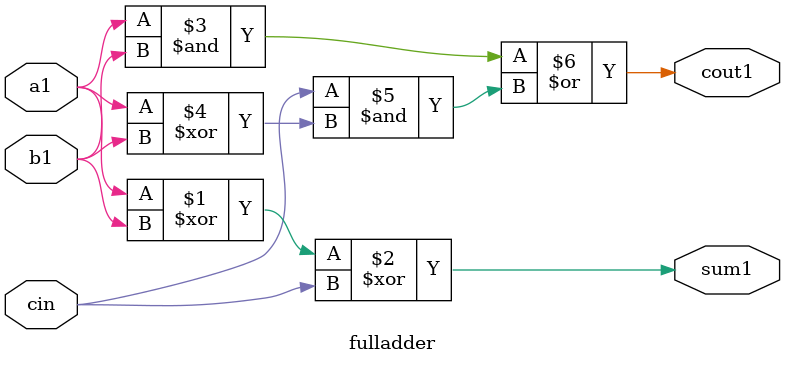
<source format=v>
`timescale 1ns / 1ps

module fulladder(
 output sum1, output cout1,
    input a1, input b1, input cin
);
assign sum1 = a1 ^ b1 ^ cin;
assign cout1 = (a1 & b1) | (cin & (a1 ^ b1));
    
endmodule

</source>
